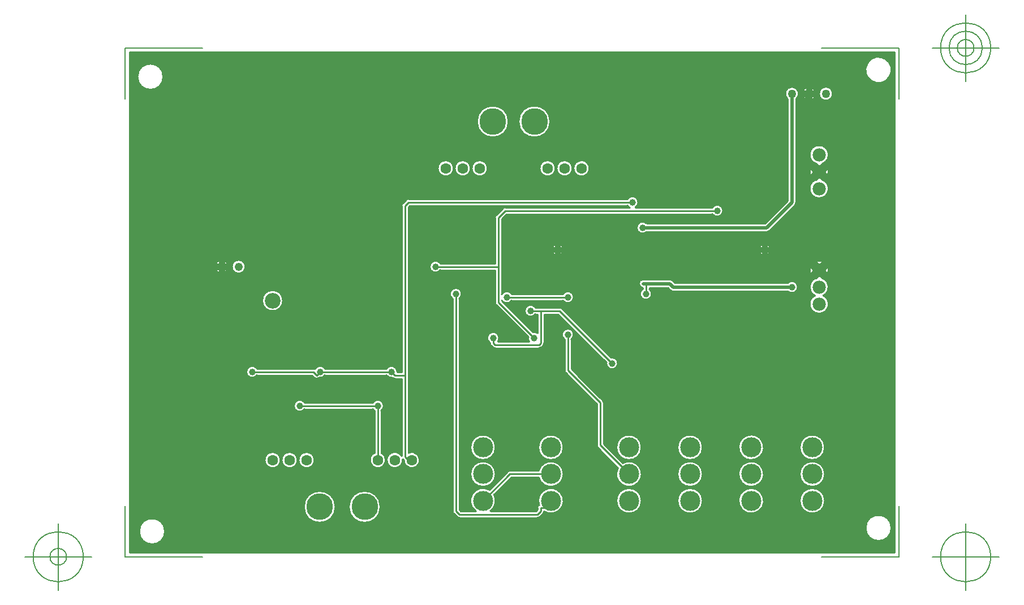
<source format=gbr>
G04 Generated by Ultiboard 14.2 *
%FSLAX24Y24*%
%MOIN*%

%ADD10C,0.0001*%
%ADD11C,0.0100*%
%ADD12C,0.0197*%
%ADD13C,0.0050*%
%ADD14C,0.1183*%
%ADD15C,0.0500*%
%ADD16C,0.0394*%
%ADD17C,0.0783*%
%ADD18C,0.1567*%
%ADD19C,0.0633*%
%ADD20C,0.0490*%
%ADD21C,0.0925*%


G04 ColorRGB 0000FF for the following layer *
%LNCopper Bottom*%
%LPD*%
G54D10*
G36*
X-62841Y151D02*
X-62841Y151D01*
X-17751Y151D01*
X-17751Y29649D01*
X-62841Y29649D01*
X-62841Y151D01*
D02*
G37*
%LPC*%
G36*
X-60840Y28196D02*
G75*
D01*
G02X-60840Y28196I-760J4*
G01*
D02*
G37*
G36*
X-18056Y28196D02*
G75*
D01*
G02X-18056Y28196I-644J404*
G01*
D02*
G37*
G36*
X-45796Y26003D02*
G75*
D01*
G02X-45796Y26003I821J-445*
G01*
D02*
G37*
G36*
X-47053Y10801D02*
X-47053Y10801D01*
X-46801Y10801D01*
X-46801Y20600D01*
G74*
D01*
G02X-46742Y20742I201J0*
G01*
X-46742Y20742D01*
X-46542Y20942D01*
G75*
D01*
G02X-46400Y21001I142J-142*
G01*
X-46400Y21001D01*
X-33483Y21001D01*
G75*
D01*
G02X-33024Y20501I283J-201*
G01*
X-33024Y20501D01*
X-28483Y20501D01*
G75*
D01*
G02X-28483Y20099I283J-201*
G01*
X-28483Y20099D01*
X-40617Y20099D01*
X-40899Y19817D01*
X-40899Y15376D01*
G75*
D01*
G02X-40317Y15401I299J-176*
G01*
X-40317Y15401D01*
X-37283Y15401D01*
G75*
D01*
G02X-37283Y14999I283J-201*
G01*
X-37283Y14999D01*
X-40317Y14999D01*
G75*
D01*
G02X-40899Y15024I-283J201*
G01*
X-40899Y15024D01*
X-40899Y14983D01*
X-39058Y13142D01*
G75*
D01*
G02X-38801Y13084I58J-342*
G01*
X-38801Y13084D01*
X-38801Y14199D01*
X-38917Y14199D01*
G75*
D01*
G02X-38917Y14601I-283J201*
G01*
X-38917Y14601D01*
X-37500Y14601D01*
G75*
D01*
G02X-37358Y14542I0J-201*
G01*
X-37358Y14542D01*
X-34458Y11642D01*
G75*
D01*
G02X-34742Y11358I58J-342*
G01*
X-34742Y11358D01*
X-36347Y12963D01*
X-36347Y12963D01*
X-37583Y14199D01*
X-38399Y14199D01*
X-38399Y12500D01*
G75*
D01*
G02X-38458Y12358I-201J0*
G01*
X-38458Y12358D01*
X-38558Y12258D01*
G75*
D01*
G02X-38700Y12199I-142J142*
G01*
X-38700Y12199D01*
X-41300Y12199D01*
G75*
D01*
G02X-41442Y12258I0J201*
G01*
X-41442Y12258D01*
X-41542Y12358D01*
G75*
D01*
G02X-41601Y12500I142J142*
G01*
X-41601Y12500D01*
X-41601Y12517D01*
G75*
D01*
G02X-41116Y12601I201J283*
G01*
X-41116Y12601D01*
X-39284Y12601D01*
G75*
D01*
G02X-39342Y12858I284J199*
G01*
X-39342Y12858D01*
X-41242Y14758D01*
G75*
D01*
G02X-41301Y14900I142J142*
G01*
X-41301Y14900D01*
X-41301Y16799D01*
X-44517Y16799D01*
G75*
D01*
G02X-44517Y17201I-283J201*
G01*
X-44517Y17201D01*
X-41301Y17201D01*
X-41301Y19900D01*
G74*
D01*
G02X-41242Y20042I201J0*
G01*
X-41242Y20042D01*
X-40842Y20442D01*
G75*
D01*
G02X-40700Y20501I142J-142*
G01*
X-40700Y20501D01*
X-33376Y20501D01*
G74*
D01*
G02X-33483Y20599I176J299*
G01*
X-33483Y20599D01*
X-46317Y20599D01*
X-46399Y20517D01*
X-46399Y6022D01*
G75*
D01*
G02X-46666Y5582I199J-422*
G01*
X-46666Y5582D01*
X-46736Y5652D01*
G75*
D01*
G02X-46801Y5842I-464J-52*
G01*
X-46801Y5842D01*
X-46801Y10399D01*
X-47200Y10399D01*
G75*
D01*
G02X-47266Y10410I0J201*
G01*
G74*
D01*
G02X-47342Y10458I66J190*
G01*
G75*
D01*
G02X-47683Y10599I-58J342*
G01*
X-47683Y10599D01*
X-51317Y10599D01*
G75*
D01*
G02X-51658Y10458I-283J201*
G01*
G75*
D01*
G02X-51942Y10458I-142J142*
G01*
X-51942Y10458D01*
X-52083Y10599D01*
X-55317Y10599D01*
G75*
D01*
G02X-55317Y11001I-283J201*
G01*
X-55317Y11001D01*
X-52000Y11001D01*
G74*
D01*
G02X-51971Y10999I0J201*
G01*
G74*
D01*
G02X-51900Y10974I29J199*
G01*
G75*
D01*
G02X-51317Y11001I300J-174*
G01*
X-51317Y11001D01*
X-47683Y11001D01*
G75*
D01*
G02X-47053Y10801I283J-201*
G01*
D02*
G37*
G36*
X-36347Y25704D02*
G75*
D01*
G02X-36347Y25704I922J-146*
G01*
D02*
G37*
G36*
X-36347Y23243D02*
G75*
D01*
G02X-36347Y23243I147J-443*
G01*
D02*
G37*
G36*
X-55245Y3772D02*
G75*
D01*
G02X-55245Y3772I70J-930*
G01*
D02*
G37*
G36*
X-57842Y18747D02*
G75*
D01*
G02X-57842Y18747I-558J253*
G01*
D02*
G37*
G36*
X-26898Y4524D02*
G75*
D01*
G02X-26898Y4524I698J251*
G01*
D02*
G37*
G36*
X-26898Y2949D02*
G75*
D01*
G02X-26898Y2949I698J251*
G01*
D02*
G37*
G36*
X-26898Y6099D02*
G75*
D01*
G02X-26898Y6099I698J251*
G01*
D02*
G37*
G36*
X-45796Y3698D02*
G75*
D01*
G02X-45796Y3698I371J-856*
G01*
D02*
G37*
G36*
X-35301Y6475D02*
X-35301Y6475D01*
X-35301Y8917D01*
X-35682Y9298D01*
X-35682Y9298D01*
X-36347Y9963D01*
X-36347Y9963D01*
X-37142Y10758D01*
G75*
D01*
G02X-37201Y10900I142J142*
G01*
X-37201Y10900D01*
X-37201Y12717D01*
G75*
D01*
G02X-36799Y12717I201J283*
G01*
X-36799Y12717D01*
X-36799Y10983D01*
X-36347Y10531D01*
X-35114Y9298D01*
X-35114Y9298D01*
X-34958Y9142D01*
G75*
D01*
G02X-34899Y9000I-142J-142*
G01*
X-34899Y9000D01*
X-34899Y6558D01*
X-33763Y5422D01*
G75*
D01*
G02X-34047Y5138I363J-647*
G01*
X-34047Y5138D01*
X-35242Y6333D01*
G75*
D01*
G02X-35301Y6475I142J142*
G01*
D02*
G37*
G36*
X-43399Y15117D02*
X-43399Y15117D01*
X-43399Y2683D01*
X-43317Y2601D01*
X-42437Y2601D01*
G75*
D01*
G02X-41637Y3847I437J599*
G01*
X-41637Y3847D01*
X-40567Y4917D01*
G75*
D01*
G02X-40425Y4976I142J-142*
G01*
X-40425Y4976D01*
X-38714Y4976D01*
G75*
D01*
G02X-38714Y4574I714J-201*
G01*
X-38714Y4574D01*
X-40342Y4574D01*
X-41353Y3563D01*
G75*
D01*
G02X-41563Y2601I-647J-363*
G01*
X-41563Y2601D01*
X-38883Y2601D01*
X-38801Y2683D01*
X-38801Y2800D01*
G74*
D01*
G02X-38705Y2971I201J0*
G01*
G75*
D01*
G02X-38401Y2576I705J229*
G01*
G74*
D01*
G02X-38458Y2458I199J24*
G01*
X-38458Y2458D01*
X-38658Y2258D01*
G74*
D01*
G02X-38771Y2201I142J142*
G01*
G74*
D01*
G02X-38800Y2199I29J199*
G01*
X-38800Y2199D01*
X-43400Y2199D01*
G75*
D01*
G02X-43466Y2210I0J201*
G01*
G74*
D01*
G02X-43542Y2258I66J190*
G01*
X-43542Y2258D01*
X-43742Y2458D01*
G75*
D01*
G02X-43801Y2600I142J142*
G01*
X-43801Y2600D01*
X-43801Y15117D01*
G75*
D01*
G02X-43399Y15117I201J283*
G01*
D02*
G37*
G36*
X-30826Y16179D02*
X-30826Y16179D01*
X-30697Y16050D01*
X-24041Y16050D01*
G75*
D01*
G02X-24041Y15550I241J-250*
G01*
X-24041Y15550D01*
X-30800Y15550D01*
G75*
D01*
G02X-30852Y15556I0J250*
G01*
G74*
D01*
G02X-30977Y15624I52J244*
G01*
X-30977Y15624D01*
X-31106Y15753D01*
X-32199Y15753D01*
X-32199Y15683D01*
G75*
D01*
G02X-32601Y15683I-201J-283*
G01*
X-32601Y15683D01*
X-32601Y15756D01*
G75*
D01*
G02X-32564Y16252I37J247*
G01*
X-32564Y16252D01*
X-31003Y16252D01*
G74*
D01*
G02X-30997Y16252I0J249*
G01*
G74*
D01*
G02X-30826Y16179I6J249*
G01*
D02*
G37*
G36*
X-32359Y19550D02*
X-32359Y19550D01*
X-25403Y19550D01*
X-24050Y20903D01*
X-24050Y26887D01*
G75*
D01*
G02X-23550Y26887I250J313*
G01*
X-23550Y26887D01*
X-23550Y20800D01*
G75*
D01*
G02X-23623Y20623I-250J0*
G01*
X-23623Y20623D01*
X-25123Y19123D01*
G74*
D01*
G02X-25213Y19066I177J177*
G01*
G74*
D01*
G02X-25300Y19050I87J234*
G01*
X-25300Y19050D01*
X-32359Y19050D01*
G75*
D01*
G02X-32359Y19550I-241J250*
G01*
D02*
G37*
G36*
X-37276Y18123D02*
X-37276Y18123D01*
X-37477Y18123D01*
X-37477Y18324D01*
G74*
D01*
G02X-37276Y18123I123J324*
G01*
D02*
G37*
G36*
X-37924Y17877D02*
X-37924Y17877D01*
X-37723Y17877D01*
X-37723Y17676D01*
G74*
D01*
G02X-37924Y17877I123J324*
G01*
D02*
G37*
G36*
X-37482Y18000D02*
G75*
D01*
G02X-37482Y18000I-118J0*
G01*
D02*
G37*
G36*
X-37477Y17676D02*
X-37477Y17676D01*
X-37477Y17877D01*
X-37276Y17877D01*
G74*
D01*
G02X-37477Y17676I324J123*
G01*
D02*
G37*
G36*
X-37723Y18324D02*
X-37723Y18324D01*
X-37723Y18123D01*
X-37924Y18123D01*
G74*
D01*
G02X-37723Y18324I324J123*
G01*
D02*
G37*
G36*
X-53787Y15000D02*
G75*
D01*
G02X-53787Y15000I-613J0*
G01*
D02*
G37*
G36*
X-36733Y22800D02*
G75*
D01*
G02X-36733Y22800I-467J0*
G01*
D02*
G37*
G36*
X-37733Y22800D02*
G75*
D01*
G02X-37733Y22800I-467J0*
G01*
D02*
G37*
G36*
X-41733Y22800D02*
G75*
D01*
G02X-41733Y22800I-467J0*
G01*
D02*
G37*
G36*
X-42733Y22800D02*
G75*
D01*
G02X-42733Y22800I-467J0*
G01*
D02*
G37*
G36*
X-43733Y22800D02*
G75*
D01*
G02X-43733Y22800I-467J0*
G01*
D02*
G37*
G36*
X-38042Y25558D02*
G75*
D01*
G02X-38042Y25558I-933J0*
G01*
D02*
G37*
G36*
X-40492Y25558D02*
G75*
D01*
G02X-40492Y25558I-933J0*
G01*
D02*
G37*
G36*
X-60740Y1400D02*
G75*
D01*
G02X-60740Y1400I-760J0*
G01*
D02*
G37*
G36*
X-56005Y17000D02*
G75*
D01*
G02X-56005Y17000I-395J0*
G01*
D02*
G37*
G36*
X-57031Y17140D02*
X-57031Y17140D01*
X-57260Y17140D01*
X-57260Y17369D01*
G74*
D01*
G02X-57031Y17140I140J369*
G01*
D02*
G37*
G36*
X-57225Y17000D02*
G75*
D01*
G02X-57225Y17000I-175J0*
G01*
D02*
G37*
G36*
X-57260Y16631D02*
X-57260Y16631D01*
X-57260Y16860D01*
X-57031Y16860D01*
G74*
D01*
G02X-57260Y16631I369J140*
G01*
D02*
G37*
G36*
X-57540Y17369D02*
X-57540Y17369D01*
X-57540Y17140D01*
X-57769Y17140D01*
G74*
D01*
G02X-57540Y17369I369J140*
G01*
D02*
G37*
G36*
X-57769Y16860D02*
X-57769Y16860D01*
X-57540Y16860D01*
X-57540Y16631D01*
G74*
D01*
G02X-57769Y16860I140J369*
G01*
D02*
G37*
G36*
X-17940Y1600D02*
G75*
D01*
G02X-17940Y1600I-760J0*
G01*
D02*
G37*
G36*
X-21858Y3200D02*
G75*
D01*
G02X-21858Y3200I-742J0*
G01*
D02*
G37*
G36*
X-21858Y4775D02*
G75*
D01*
G02X-21858Y4775I-742J0*
G01*
D02*
G37*
G36*
X-21858Y6350D02*
G75*
D01*
G02X-21858Y6350I-742J0*
G01*
D02*
G37*
G36*
X-47999Y6021D02*
G75*
D01*
G02X-48401Y6021I-201J-421*
G01*
X-48401Y6021D01*
X-48401Y8517D01*
G74*
D01*
G02X-48483Y8599I201J283*
G01*
X-48483Y8599D01*
X-52517Y8599D01*
G75*
D01*
G02X-52517Y9001I-283J201*
G01*
X-52517Y9001D01*
X-48483Y9001D01*
G75*
D01*
G02X-47999Y8517I283J-201*
G01*
X-47999Y8517D01*
X-47999Y6021D01*
D02*
G37*
G36*
X-48042Y2842D02*
G75*
D01*
G02X-48042Y2842I-933J0*
G01*
D02*
G37*
G36*
X-50692Y2842D02*
G75*
D01*
G02X-50692Y2842I-933J0*
G01*
D02*
G37*
G36*
X-51933Y5600D02*
G75*
D01*
G02X-51933Y5600I-467J0*
G01*
D02*
G37*
G36*
X-52933Y5600D02*
G75*
D01*
G02X-52933Y5600I-467J0*
G01*
D02*
G37*
G36*
X-53933Y5600D02*
G75*
D01*
G02X-53933Y5600I-467J0*
G01*
D02*
G37*
G36*
X-32658Y6350D02*
G75*
D01*
G02X-32658Y6350I-742J0*
G01*
D02*
G37*
G36*
X-29058Y3200D02*
G75*
D01*
G02X-29058Y3200I-742J0*
G01*
D02*
G37*
G36*
X-32658Y3200D02*
G75*
D01*
G02X-32658Y3200I-742J0*
G01*
D02*
G37*
G36*
X-29058Y4775D02*
G75*
D01*
G02X-29058Y4775I-742J0*
G01*
D02*
G37*
G36*
X-29058Y6350D02*
G75*
D01*
G02X-29058Y6350I-742J0*
G01*
D02*
G37*
G36*
X-41258Y6350D02*
G75*
D01*
G02X-41258Y6350I-742J0*
G01*
D02*
G37*
G36*
X-41258Y4775D02*
G75*
D01*
G02X-41258Y4775I-742J0*
G01*
D02*
G37*
G36*
X-37258Y6350D02*
G75*
D01*
G02X-37258Y6350I-742J0*
G01*
D02*
G37*
G36*
X-25523Y18324D02*
X-25523Y18324D01*
X-25523Y18123D01*
X-25724Y18123D01*
G74*
D01*
G02X-25523Y18324I324J123*
G01*
D02*
G37*
G36*
X-22006Y16325D02*
G75*
D01*
G02X-21948Y15300I-194J-525*
G01*
G75*
D01*
G02X-22452Y15300I-252J-500*
G01*
G75*
D01*
G02X-22394Y16325I252J500*
G01*
X-22394Y16325D01*
X-22200Y16519D01*
X-22006Y16325D01*
D02*
G37*
G36*
X-21970Y17310D02*
X-21970Y17310D01*
X-22200Y17081D01*
X-22430Y17310D01*
G75*
D01*
G02X-21970Y17310I230J-510*
G01*
D02*
G37*
G36*
X-21967Y16800D02*
G75*
D01*
G02X-21967Y16800I-233J0*
G01*
D02*
G37*
G36*
X-21690Y17030D02*
G75*
D01*
G02X-21690Y16570I-510J-230*
G01*
X-21690Y16570D01*
X-21919Y16800D01*
X-21690Y17030D01*
D02*
G37*
G36*
X-22710Y17030D02*
X-22710Y17030D01*
X-22481Y16800D01*
X-22710Y16570D01*
G75*
D01*
G02X-22710Y17030I510J230*
G01*
D02*
G37*
G36*
X-25277Y17676D02*
X-25277Y17676D01*
X-25277Y17877D01*
X-25076Y17877D01*
G74*
D01*
G02X-25277Y17676I324J123*
G01*
D02*
G37*
G36*
X-25282Y18000D02*
G75*
D01*
G02X-25282Y18000I-118J0*
G01*
D02*
G37*
G36*
X-25724Y17877D02*
X-25724Y17877D01*
X-25523Y17877D01*
X-25523Y17676D01*
G74*
D01*
G02X-25724Y17877I123J324*
G01*
D02*
G37*
G36*
X-25076Y18123D02*
X-25076Y18123D01*
X-25277Y18123D01*
X-25277Y18324D01*
G74*
D01*
G02X-25076Y18123I123J324*
G01*
D02*
G37*
G36*
X-22006Y22125D02*
G75*
D01*
G02X-22394Y22125I-194J-525*
G01*
X-22394Y22125D01*
X-22200Y22319D01*
X-22006Y22125D01*
D02*
G37*
G36*
X-21967Y22600D02*
G75*
D01*
G02X-21967Y22600I-233J0*
G01*
D02*
G37*
G36*
X-21690Y22830D02*
G75*
D01*
G02X-21690Y22370I-510J-230*
G01*
X-21690Y22370D01*
X-21919Y22600D01*
X-21690Y22830D01*
D02*
G37*
G36*
X-22710Y22830D02*
X-22710Y22830D01*
X-22481Y22600D01*
X-22710Y22370D01*
G75*
D01*
G02X-22710Y22830I510J230*
G01*
D02*
G37*
G36*
X-22006Y23075D02*
X-22006Y23075D01*
X-22200Y22881D01*
X-22394Y23075D01*
G75*
D01*
G02X-22006Y23075I194J525*
G01*
D02*
G37*
G36*
X-21400Y27200D02*
G75*
D01*
G02X-21400Y27200I-400J0*
G01*
D02*
G37*
G36*
X-22426Y27342D02*
X-22426Y27342D01*
X-22658Y27342D01*
X-22658Y27574D01*
G74*
D01*
G02X-22426Y27342I142J374*
G01*
D02*
G37*
G36*
X-22625Y27200D02*
G75*
D01*
G02X-22625Y27200I-175J0*
G01*
D02*
G37*
G36*
X-22658Y26826D02*
X-22658Y26826D01*
X-22658Y27058D01*
X-22426Y27058D01*
G74*
D01*
G02X-22658Y26826I374J142*
G01*
D02*
G37*
G36*
X-22942Y27574D02*
X-22942Y27574D01*
X-22942Y27342D01*
X-23174Y27342D01*
G74*
D01*
G02X-22942Y27574I374J142*
G01*
D02*
G37*
G36*
X-23174Y27058D02*
X-23174Y27058D01*
X-22942Y27058D01*
X-22942Y26826D01*
G74*
D01*
G02X-23174Y27058I142J374*
G01*
D02*
G37*
%LPD*%
G54D11*
X-60840Y28196D02*
G75*
D01*
G02X-60840Y28196I-760J4*
G01*
X-18056Y28196D02*
G75*
D01*
G02X-18056Y28196I-644J404*
G01*
X-45796Y26003D02*
G75*
D01*
G02X-45796Y26003I821J-445*
G01*
X-47053Y10801D02*
X-46801Y10801D01*
X-46801Y20600D01*
G74*
D01*
G02X-46742Y20742I201J0*
G01*
X-46542Y20942D01*
G75*
D01*
G02X-46400Y21001I142J-142*
G01*
X-33483Y21001D01*
G75*
D01*
G02X-33024Y20501I283J-201*
G01*
X-28483Y20501D01*
G75*
D01*
G02X-28483Y20099I283J-201*
G01*
X-40617Y20099D01*
X-40899Y19817D01*
X-40899Y15376D01*
G75*
D01*
G02X-40317Y15401I299J-176*
G01*
X-37283Y15401D01*
G75*
D01*
G02X-37283Y14999I283J-201*
G01*
X-40317Y14999D01*
G75*
D01*
G02X-40899Y15024I-283J201*
G01*
X-40899Y14983D01*
X-39058Y13142D01*
G75*
D01*
G02X-38801Y13084I58J-342*
G01*
X-38801Y14199D01*
X-38917Y14199D01*
G75*
D01*
G02X-38917Y14601I-283J201*
G01*
X-37500Y14601D01*
G75*
D01*
G02X-37358Y14542I0J-201*
G01*
X-34458Y11642D01*
G75*
D01*
G02X-34742Y11358I58J-342*
G01*
X-36347Y12963D01*
X-36347Y12963D01*
X-37583Y14199D01*
X-38399Y14199D01*
X-38399Y12500D01*
G75*
D01*
G02X-38458Y12358I-201J0*
G01*
X-38558Y12258D01*
G75*
D01*
G02X-38700Y12199I-142J142*
G01*
X-41300Y12199D01*
G75*
D01*
G02X-41442Y12258I0J201*
G01*
X-41542Y12358D01*
G75*
D01*
G02X-41601Y12500I142J142*
G01*
X-41601Y12517D01*
G75*
D01*
G02X-41116Y12601I201J283*
G01*
X-39284Y12601D01*
G75*
D01*
G02X-39342Y12858I284J199*
G01*
X-41242Y14758D01*
G75*
D01*
G02X-41301Y14900I142J142*
G01*
X-41301Y16799D01*
X-44517Y16799D01*
G75*
D01*
G02X-44517Y17201I-283J201*
G01*
X-41301Y17201D01*
X-41301Y19900D01*
G74*
D01*
G02X-41242Y20042I201J0*
G01*
X-40842Y20442D01*
G75*
D01*
G02X-40700Y20501I142J-142*
G01*
X-33376Y20501D01*
G74*
D01*
G02X-33483Y20599I176J299*
G01*
X-46317Y20599D01*
X-46399Y20517D01*
X-46399Y6022D01*
G75*
D01*
G02X-46666Y5582I199J-422*
G01*
X-46736Y5652D01*
G75*
D01*
G02X-46801Y5842I-464J-52*
G01*
X-46801Y10399D01*
X-47200Y10399D01*
G75*
D01*
G02X-47266Y10410I0J201*
G01*
G74*
D01*
G02X-47342Y10458I66J190*
G01*
G75*
D01*
G02X-47683Y10599I-58J342*
G01*
X-51317Y10599D01*
G75*
D01*
G02X-51658Y10458I-283J201*
G01*
G75*
D01*
G02X-51942Y10458I-142J142*
G01*
X-52083Y10599D01*
X-55317Y10599D01*
G75*
D01*
G02X-55317Y11001I-283J201*
G01*
X-52000Y11001D01*
G74*
D01*
G02X-51971Y10999I0J201*
G01*
G74*
D01*
G02X-51900Y10974I29J199*
G01*
G75*
D01*
G02X-51317Y11001I300J-174*
G01*
X-47683Y11001D01*
G75*
D01*
G02X-47053Y10801I283J-201*
G01*
X-36347Y25704D02*
G75*
D01*
G02X-36347Y25704I922J-146*
G01*
X-36347Y23243D02*
G75*
D01*
G02X-36347Y23243I147J-443*
G01*
X-55245Y3772D02*
G75*
D01*
G02X-55245Y3772I70J-930*
G01*
X-57842Y18747D02*
G75*
D01*
G02X-57842Y18747I-558J253*
G01*
X-26898Y4524D02*
G75*
D01*
G02X-26898Y4524I698J251*
G01*
X-26898Y2949D02*
G75*
D01*
G02X-26898Y2949I698J251*
G01*
X-26898Y6099D02*
G75*
D01*
G02X-26898Y6099I698J251*
G01*
X-45796Y3698D02*
G75*
D01*
G02X-45796Y3698I371J-856*
G01*
X-35301Y6475D02*
X-35301Y8917D01*
X-35682Y9298D01*
X-35682Y9298D01*
X-36347Y9963D01*
X-36347Y9963D01*
X-37142Y10758D01*
G75*
D01*
G02X-37201Y10900I142J142*
G01*
X-37201Y12717D01*
G75*
D01*
G02X-36799Y12717I201J283*
G01*
X-36799Y10983D01*
X-36347Y10531D01*
X-35114Y9298D01*
X-35114Y9298D01*
X-34958Y9142D01*
G75*
D01*
G02X-34899Y9000I-142J-142*
G01*
X-34899Y6558D01*
X-33763Y5422D01*
G75*
D01*
G02X-34047Y5138I363J-647*
G01*
X-35242Y6333D01*
G75*
D01*
G02X-35301Y6475I142J142*
G01*
X-43399Y15117D02*
X-43399Y2683D01*
X-43317Y2601D01*
X-42437Y2601D01*
G75*
D01*
G02X-41637Y3847I437J599*
G01*
X-40567Y4917D01*
G75*
D01*
G02X-40425Y4976I142J-142*
G01*
X-38714Y4976D01*
G75*
D01*
G02X-38714Y4574I714J-201*
G01*
X-40342Y4574D01*
X-41353Y3563D01*
G75*
D01*
G02X-41563Y2601I-647J-363*
G01*
X-38883Y2601D01*
X-38801Y2683D01*
X-38801Y2800D01*
G74*
D01*
G02X-38705Y2971I201J0*
G01*
G75*
D01*
G02X-38401Y2576I705J229*
G01*
G74*
D01*
G02X-38458Y2458I199J24*
G01*
X-38658Y2258D01*
G74*
D01*
G02X-38771Y2201I142J142*
G01*
G74*
D01*
G02X-38800Y2199I29J199*
G01*
X-43400Y2199D01*
G75*
D01*
G02X-43466Y2210I0J201*
G01*
G74*
D01*
G02X-43542Y2258I66J190*
G01*
X-43742Y2458D01*
G75*
D01*
G02X-43801Y2600I142J142*
G01*
X-43801Y15117D01*
G75*
D01*
G02X-43399Y15117I201J283*
G01*
X-30826Y16179D02*
X-30697Y16050D01*
X-24041Y16050D01*
G75*
D01*
G02X-24041Y15550I241J-250*
G01*
X-30800Y15550D01*
G75*
D01*
G02X-30852Y15556I0J250*
G01*
G74*
D01*
G02X-30977Y15624I52J244*
G01*
X-31106Y15753D01*
X-32199Y15753D01*
X-32199Y15683D01*
G75*
D01*
G02X-32601Y15683I-201J-283*
G01*
X-32601Y15756D01*
G75*
D01*
G02X-32564Y16252I37J247*
G01*
X-31003Y16252D01*
G74*
D01*
G02X-30997Y16252I0J249*
G01*
G74*
D01*
G02X-30826Y16179I6J249*
G01*
X-32359Y19550D02*
X-25403Y19550D01*
X-24050Y20903D01*
X-24050Y26887D01*
G75*
D01*
G02X-23550Y26887I250J313*
G01*
X-23550Y20800D01*
G75*
D01*
G02X-23623Y20623I-250J0*
G01*
X-25123Y19123D01*
G74*
D01*
G02X-25213Y19066I177J177*
G01*
G74*
D01*
G02X-25300Y19050I87J234*
G01*
X-32359Y19050D01*
G75*
D01*
G02X-32359Y19550I-241J250*
G01*
X-37276Y18123D02*
X-37477Y18123D01*
X-37477Y18324D01*
G74*
D01*
G02X-37276Y18123I123J324*
G01*
X-37924Y17877D02*
X-37723Y17877D01*
X-37723Y17676D01*
G74*
D01*
G02X-37924Y17877I123J324*
G01*
X-37482Y18000D02*
G75*
D01*
G02X-37482Y18000I-118J0*
G01*
X-37477Y17676D02*
X-37477Y17877D01*
X-37276Y17877D01*
G74*
D01*
G02X-37477Y17676I324J123*
G01*
X-37723Y18324D02*
X-37723Y18123D01*
X-37924Y18123D01*
G74*
D01*
G02X-37723Y18324I324J123*
G01*
X-53787Y15000D02*
G75*
D01*
G02X-53787Y15000I-613J0*
G01*
X-36733Y22800D02*
G75*
D01*
G02X-36733Y22800I-467J0*
G01*
X-37733Y22800D02*
G75*
D01*
G02X-37733Y22800I-467J0*
G01*
X-41733Y22800D02*
G75*
D01*
G02X-41733Y22800I-467J0*
G01*
X-42733Y22800D02*
G75*
D01*
G02X-42733Y22800I-467J0*
G01*
X-43733Y22800D02*
G75*
D01*
G02X-43733Y22800I-467J0*
G01*
X-38042Y25558D02*
G75*
D01*
G02X-38042Y25558I-933J0*
G01*
X-40492Y25558D02*
G75*
D01*
G02X-40492Y25558I-933J0*
G01*
X-60740Y1400D02*
G75*
D01*
G02X-60740Y1400I-760J0*
G01*
X-56005Y17000D02*
G75*
D01*
G02X-56005Y17000I-395J0*
G01*
X-57031Y17140D02*
X-57260Y17140D01*
X-57260Y17369D01*
G74*
D01*
G02X-57031Y17140I140J369*
G01*
X-57225Y17000D02*
G75*
D01*
G02X-57225Y17000I-175J0*
G01*
X-57260Y16631D02*
X-57260Y16860D01*
X-57031Y16860D01*
G74*
D01*
G02X-57260Y16631I369J140*
G01*
X-57540Y17369D02*
X-57540Y17140D01*
X-57769Y17140D01*
G74*
D01*
G02X-57540Y17369I369J140*
G01*
X-57769Y16860D02*
X-57540Y16860D01*
X-57540Y16631D01*
G74*
D01*
G02X-57769Y16860I140J369*
G01*
X-17940Y1600D02*
G75*
D01*
G02X-17940Y1600I-760J0*
G01*
X-21858Y3200D02*
G75*
D01*
G02X-21858Y3200I-742J0*
G01*
X-21858Y4775D02*
G75*
D01*
G02X-21858Y4775I-742J0*
G01*
X-21858Y6350D02*
G75*
D01*
G02X-21858Y6350I-742J0*
G01*
X-47999Y6021D02*
G75*
D01*
G02X-48401Y6021I-201J-421*
G01*
X-48401Y8517D01*
G74*
D01*
G02X-48483Y8599I201J283*
G01*
X-52517Y8599D01*
G75*
D01*
G02X-52517Y9001I-283J201*
G01*
X-48483Y9001D01*
G75*
D01*
G02X-47999Y8517I283J-201*
G01*
X-47999Y6021D01*
X-48042Y2842D02*
G75*
D01*
G02X-48042Y2842I-933J0*
G01*
X-50692Y2842D02*
G75*
D01*
G02X-50692Y2842I-933J0*
G01*
X-51933Y5600D02*
G75*
D01*
G02X-51933Y5600I-467J0*
G01*
X-52933Y5600D02*
G75*
D01*
G02X-52933Y5600I-467J0*
G01*
X-53933Y5600D02*
G75*
D01*
G02X-53933Y5600I-467J0*
G01*
X-32658Y6350D02*
G75*
D01*
G02X-32658Y6350I-742J0*
G01*
X-29058Y3200D02*
G75*
D01*
G02X-29058Y3200I-742J0*
G01*
X-32658Y3200D02*
G75*
D01*
G02X-32658Y3200I-742J0*
G01*
X-29058Y4775D02*
G75*
D01*
G02X-29058Y4775I-742J0*
G01*
X-29058Y6350D02*
G75*
D01*
G02X-29058Y6350I-742J0*
G01*
X-41258Y6350D02*
G75*
D01*
G02X-41258Y6350I-742J0*
G01*
X-41258Y4775D02*
G75*
D01*
G02X-41258Y4775I-742J0*
G01*
X-37258Y6350D02*
G75*
D01*
G02X-37258Y6350I-742J0*
G01*
X-25523Y18324D02*
X-25523Y18123D01*
X-25724Y18123D01*
G74*
D01*
G02X-25523Y18324I324J123*
G01*
X-22006Y16325D02*
G75*
D01*
G02X-21948Y15300I-194J-525*
G01*
G75*
D01*
G02X-22452Y15300I-252J-500*
G01*
G75*
D01*
G02X-22394Y16325I252J500*
G01*
X-22200Y16519D01*
X-22006Y16325D01*
X-21970Y17310D02*
X-22200Y17081D01*
X-22430Y17310D01*
G75*
D01*
G02X-21970Y17310I230J-510*
G01*
X-21967Y16800D02*
G75*
D01*
G02X-21967Y16800I-233J0*
G01*
X-21690Y17030D02*
G75*
D01*
G02X-21690Y16570I-510J-230*
G01*
X-21919Y16800D01*
X-21690Y17030D01*
X-22710Y17030D02*
X-22481Y16800D01*
X-22710Y16570D01*
G75*
D01*
G02X-22710Y17030I510J230*
G01*
X-25277Y17676D02*
X-25277Y17877D01*
X-25076Y17877D01*
G74*
D01*
G02X-25277Y17676I324J123*
G01*
X-25282Y18000D02*
G75*
D01*
G02X-25282Y18000I-118J0*
G01*
X-25724Y17877D02*
X-25523Y17877D01*
X-25523Y17676D01*
G74*
D01*
G02X-25724Y17877I123J324*
G01*
X-25076Y18123D02*
X-25277Y18123D01*
X-25277Y18324D01*
G74*
D01*
G02X-25076Y18123I123J324*
G01*
X-22006Y22125D02*
G75*
D01*
G02X-22394Y22125I-194J-525*
G01*
X-22200Y22319D01*
X-22006Y22125D01*
X-21967Y22600D02*
G75*
D01*
G02X-21967Y22600I-233J0*
G01*
X-21690Y22830D02*
G75*
D01*
G02X-21690Y22370I-510J-230*
G01*
X-21919Y22600D01*
X-21690Y22830D01*
X-22710Y22830D02*
X-22481Y22600D01*
X-22710Y22370D01*
G75*
D01*
G02X-22710Y22830I510J230*
G01*
X-22006Y23075D02*
X-22200Y22881D01*
X-22394Y23075D01*
G75*
D01*
G02X-22006Y23075I194J525*
G01*
X-21400Y27200D02*
G75*
D01*
G02X-21400Y27200I-400J0*
G01*
X-22426Y27342D02*
X-22658Y27342D01*
X-22658Y27574D01*
G74*
D01*
G02X-22426Y27342I142J374*
G01*
X-22625Y27200D02*
G75*
D01*
G02X-22625Y27200I-175J0*
G01*
X-22658Y26826D02*
X-22658Y27058D01*
X-22426Y27058D01*
G74*
D01*
G02X-22658Y26826I374J142*
G01*
X-22942Y27574D02*
X-22942Y27342D01*
X-23174Y27342D01*
G74*
D01*
G02X-22942Y27574I374J142*
G01*
X-23174Y27058D02*
X-22942Y27058D01*
X-22942Y26826D01*
G74*
D01*
G02X-23174Y27058I142J374*
G01*
X-62841Y151D02*
X-17751Y151D01*
X-17751Y29649D01*
X-62841Y29649D01*
X-62841Y151D01*
X-37000Y13000D02*
X-37000Y10900D01*
X-35100Y9000D01*
X-35100Y6475D01*
X-33400Y4775D01*
X-34400Y11300D02*
X-37500Y14400D01*
X-39200Y14400D01*
X-38000Y4775D02*
X-40425Y4775D01*
X-42000Y3200D01*
X-39000Y12800D02*
X-41100Y14900D01*
X-41100Y19900D01*
X-28200Y20300D02*
X-40700Y20300D01*
X-41100Y19900D01*
X-44800Y17000D02*
X-41100Y17000D01*
X-37000Y15200D02*
X-40600Y15200D01*
X-22200Y22800D02*
X-22200Y22600D01*
X-22400Y23000D02*
X-22200Y22800D01*
X-22900Y23000D02*
X-22400Y23000D01*
X-23000Y23100D02*
X-22900Y23000D01*
X-23000Y27000D02*
X-23000Y23100D01*
X-22800Y27200D02*
X-23000Y27000D01*
X-38400Y2800D02*
X-38000Y3200D01*
X-38600Y2800D02*
X-38400Y2800D01*
X-38600Y2600D02*
X-38600Y2800D01*
X-38800Y2400D02*
X-38600Y2600D01*
X-43400Y2400D02*
X-38800Y2400D01*
X-43600Y2600D02*
X-43400Y2400D01*
X-43600Y15400D02*
X-43600Y2600D01*
X-51600Y10800D02*
X-47400Y10800D01*
X-52800Y8800D02*
X-48200Y8800D01*
X-25400Y18000D02*
X-37600Y18000D01*
X-46600Y10600D02*
X-46600Y5800D01*
X-47200Y10600D02*
X-46600Y10600D01*
X-46400Y5600D02*
X-46200Y5600D01*
X-46600Y5800D02*
X-46400Y5600D01*
X-47400Y10800D02*
X-47200Y10600D01*
X-32400Y16003D02*
X-32400Y15400D01*
X-41400Y12500D02*
X-41400Y12800D01*
X-41300Y12400D02*
X-41400Y12500D01*
X-38700Y12400D02*
X-41300Y12400D01*
X-38600Y12500D02*
X-38700Y12400D01*
X-38600Y14400D02*
X-38600Y12500D01*
X-48200Y8800D02*
X-48200Y5600D01*
X-51800Y10600D02*
X-51600Y10800D01*
X-52000Y10800D02*
X-51800Y10600D01*
X-55600Y10800D02*
X-52000Y10800D01*
X-46600Y20600D02*
X-46600Y10600D01*
X-46400Y20800D02*
X-46600Y20600D01*
X-33200Y20800D02*
X-46400Y20800D01*
G54D12*
X-23800Y15800D02*
X-30800Y15800D01*
X-31003Y16003D01*
X-32564Y16003D01*
X-32600Y19300D02*
X-25300Y19300D01*
X-23800Y20800D01*
X-23800Y27200D01*
G54D13*
X-17500Y-100D02*
X-17500Y2900D01*
X-17500Y-100D02*
X-22059Y-100D01*
X-63092Y-100D02*
X-58533Y-100D01*
X-63092Y-100D02*
X-63092Y2900D01*
X-63092Y29900D02*
X-63092Y26900D01*
X-63092Y29900D02*
X-58533Y29900D01*
X-17500Y29900D02*
X-22059Y29900D01*
X-17500Y29900D02*
X-17500Y26900D01*
X-15531Y-100D02*
X-11594Y-100D01*
X-13563Y-2069D02*
X-13563Y1869D01*
X-12087Y-100D02*
G75*
D01*
G02X-12087Y-100I-1476J0*
G01*
X-65061Y-100D02*
X-68998Y-100D01*
X-67029Y-2069D02*
X-67029Y1869D01*
X-65553Y-100D02*
G75*
D01*
G02X-65553Y-100I-1476J0*
G01*
X-66537Y-100D02*
G75*
D01*
G02X-66537Y-100I-492J0*
G01*
X-15531Y29900D02*
X-11594Y29900D01*
X-13563Y27931D02*
X-13563Y31869D01*
X-12087Y29900D02*
G75*
D01*
G02X-12087Y29900I-1476J0*
G01*
X-12579Y29900D02*
G75*
D01*
G02X-12579Y29900I-984J0*
G01*
X-13071Y29900D02*
G75*
D01*
G02X-13071Y29900I-492J0*
G01*
G54D14*
X-42000Y6350D03*
X-42000Y3200D03*
X-42000Y4775D03*
X-38000Y6350D03*
X-38000Y3200D03*
X-38000Y4775D03*
X-33400Y6350D03*
X-33400Y3200D03*
X-33400Y4775D03*
X-22600Y6350D03*
X-22600Y3200D03*
X-22600Y4775D03*
X-26200Y6350D03*
X-26200Y3200D03*
X-26200Y4775D03*
X-29800Y6350D03*
X-29800Y3200D03*
X-29800Y4775D03*
G54D15*
X-21800Y27200D03*
X-23800Y27200D03*
X-22800Y27200D03*
G54D16*
X-23800Y15800D03*
X-32600Y19300D03*
X-37000Y13000D03*
X-34400Y11300D03*
X-39200Y14400D03*
X-28200Y20300D03*
X-44800Y17000D03*
X-39000Y12800D03*
X-43600Y15400D03*
X-32400Y15400D03*
X-40600Y15200D03*
X-37000Y15200D03*
X-41400Y12800D03*
X-51600Y10800D03*
X-55600Y10800D03*
X-47400Y10800D03*
X-33200Y20800D03*
X-37600Y18000D03*
X-25400Y18000D03*
X-48200Y8800D03*
X-52800Y8800D03*
G54D17*
X-22200Y16800D03*
X-22200Y15800D03*
X-22200Y14800D03*
X-22200Y22600D03*
X-22200Y23600D03*
X-22200Y21600D03*
G54D18*
X-35425Y25558D03*
X-38975Y25558D03*
X-41425Y25558D03*
X-44975Y25558D03*
X-55175Y2842D03*
X-51625Y2842D03*
X-48975Y2842D03*
X-45425Y2842D03*
G54D19*
X-37200Y22800D03*
X-38200Y22800D03*
X-36200Y22800D03*
X-44200Y22800D03*
X-43200Y22800D03*
X-42200Y22800D03*
X-53400Y5600D03*
X-54400Y5600D03*
X-52400Y5600D03*
X-48200Y5600D03*
X-46200Y5600D03*
X-47200Y5600D03*
G54D20*
X-57400Y17000D03*
X-56400Y17000D03*
G54D21*
X-54400Y15000D03*
X-58400Y19000D03*

M02*

</source>
